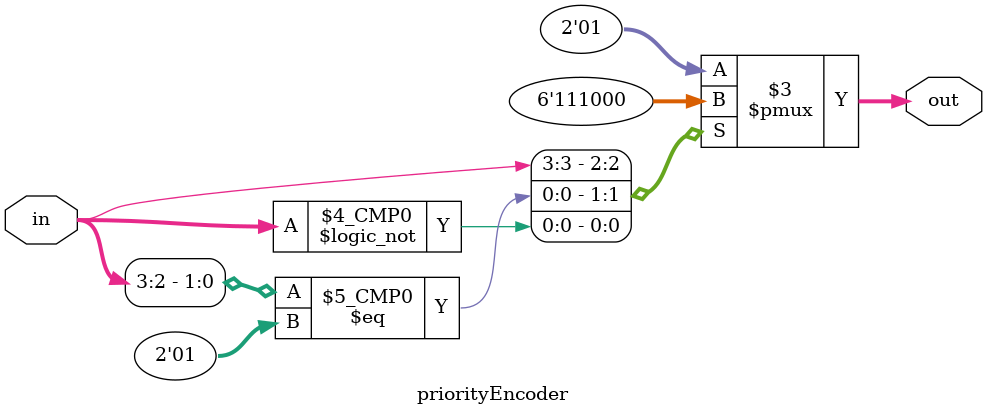
<source format=v>
module priorityEncoder(
	input [3:0] in,
	output reg [1:0] out
	);
	
	
	always @(*)begin
      casez(in)
		4'b1???:out=3;
		4'b01??:out=2;
		4'b001?:out=1;
		4'b0000:out=0;
		default:begin
			out=1;
			end
		endcase
	end
	
endmodule
</source>
